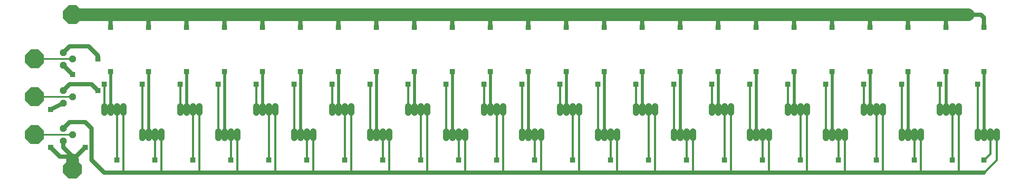
<source format=gbl>
G75*
G70*
%OFA0B0*%
%FSLAX24Y24*%
%IPPOS*%
%LPD*%
%AMOC8*
5,1,8,0,0,1.08239X$1,22.5*
%
%ADD10C,0.0500*%
%ADD11OC8,0.0520*%
%ADD12OC8,0.1500*%
%ADD13R,0.0396X0.0396*%
%ADD14C,0.0240*%
%ADD15C,0.0160*%
%ADD16C,0.0320*%
%ADD17C,0.1000*%
%ADD18C,0.0120*%
D10*
X013010Y003876D02*
X013010Y004376D01*
X013510Y004376D02*
X013510Y003876D01*
X014010Y003876D02*
X014010Y004376D01*
X014510Y004376D02*
X014510Y003876D01*
X019010Y003876D02*
X019010Y004376D01*
X019510Y004376D02*
X019510Y003876D01*
X020010Y003876D02*
X020010Y004376D01*
X020510Y004376D02*
X020510Y003876D01*
X025010Y003876D02*
X025010Y004376D01*
X025510Y004376D02*
X025510Y003876D01*
X026010Y003876D02*
X026010Y004376D01*
X026510Y004376D02*
X026510Y003876D01*
X031010Y003876D02*
X031010Y004376D01*
X031510Y004376D02*
X031510Y003876D01*
X032010Y003876D02*
X032010Y004376D01*
X032510Y004376D02*
X032510Y003876D01*
X037010Y003876D02*
X037010Y004376D01*
X037510Y004376D02*
X037510Y003876D01*
X038010Y003876D02*
X038010Y004376D01*
X038510Y004376D02*
X038510Y003876D01*
X043010Y003876D02*
X043010Y004376D01*
X043510Y004376D02*
X043510Y003876D01*
X044010Y003876D02*
X044010Y004376D01*
X044510Y004376D02*
X044510Y003876D01*
X049010Y003876D02*
X049010Y004376D01*
X049510Y004376D02*
X049510Y003876D01*
X050010Y003876D02*
X050010Y004376D01*
X050510Y004376D02*
X050510Y003876D01*
X055010Y003876D02*
X055010Y004376D01*
X055510Y004376D02*
X055510Y003876D01*
X056010Y003876D02*
X056010Y004376D01*
X056510Y004376D02*
X056510Y003876D01*
X061010Y003876D02*
X061010Y004376D01*
X061510Y004376D02*
X061510Y003876D01*
X062010Y003876D02*
X062010Y004376D01*
X062510Y004376D02*
X062510Y003876D01*
X067010Y003876D02*
X067010Y004376D01*
X067510Y004376D02*
X067510Y003876D01*
X068010Y003876D02*
X068010Y004376D01*
X068510Y004376D02*
X068510Y003876D01*
X073010Y003876D02*
X073010Y004376D01*
X073510Y004376D02*
X073510Y003876D01*
X074010Y003876D02*
X074010Y004376D01*
X074510Y004376D02*
X074510Y003876D01*
X079010Y003876D02*
X079010Y004376D01*
X079510Y004376D02*
X079510Y003876D01*
X080010Y003876D02*
X080010Y004376D01*
X080510Y004376D02*
X080510Y003876D01*
X077510Y005876D02*
X077510Y006376D01*
X077010Y006376D02*
X077010Y005876D01*
X076510Y005876D02*
X076510Y006376D01*
X076010Y006376D02*
X076010Y005876D01*
X071510Y005876D02*
X071510Y006376D01*
X071010Y006376D02*
X071010Y005876D01*
X070510Y005876D02*
X070510Y006376D01*
X070010Y006376D02*
X070010Y005876D01*
X065510Y005876D02*
X065510Y006376D01*
X065010Y006376D02*
X065010Y005876D01*
X064510Y005876D02*
X064510Y006376D01*
X064010Y006376D02*
X064010Y005876D01*
X059510Y005876D02*
X059510Y006376D01*
X059010Y006376D02*
X059010Y005876D01*
X058510Y005876D02*
X058510Y006376D01*
X058010Y006376D02*
X058010Y005876D01*
X053510Y005876D02*
X053510Y006376D01*
X053010Y006376D02*
X053010Y005876D01*
X052510Y005876D02*
X052510Y006376D01*
X052010Y006376D02*
X052010Y005876D01*
X047510Y005876D02*
X047510Y006376D01*
X047010Y006376D02*
X047010Y005876D01*
X046510Y005876D02*
X046510Y006376D01*
X046010Y006376D02*
X046010Y005876D01*
X041510Y005876D02*
X041510Y006376D01*
X041010Y006376D02*
X041010Y005876D01*
X040510Y005876D02*
X040510Y006376D01*
X040010Y006376D02*
X040010Y005876D01*
X035510Y005876D02*
X035510Y006376D01*
X035010Y006376D02*
X035010Y005876D01*
X034510Y005876D02*
X034510Y006376D01*
X034010Y006376D02*
X034010Y005876D01*
X029510Y005876D02*
X029510Y006376D01*
X029010Y006376D02*
X029010Y005876D01*
X028510Y005876D02*
X028510Y006376D01*
X028010Y006376D02*
X028010Y005876D01*
X023510Y005876D02*
X023510Y006376D01*
X023010Y006376D02*
X023010Y005876D01*
X022510Y005876D02*
X022510Y006376D01*
X022010Y006376D02*
X022010Y005876D01*
X017510Y005876D02*
X017510Y006376D01*
X017010Y006376D02*
X017010Y005876D01*
X016510Y005876D02*
X016510Y006376D01*
X016010Y006376D02*
X016010Y005876D01*
X011510Y005876D02*
X011510Y006376D01*
X011010Y006376D02*
X011010Y005876D01*
X010510Y005876D02*
X010510Y006376D01*
X010010Y006376D02*
X010010Y005876D01*
D11*
X006760Y006626D03*
X007510Y007126D03*
X006760Y007626D03*
X006760Y009626D03*
X007510Y010126D03*
X006760Y010626D03*
X006760Y004626D03*
X007510Y004126D03*
X006760Y003626D03*
D12*
X007510Y001376D03*
X004510Y004126D03*
X004510Y007126D03*
X004510Y010126D03*
X007510Y013626D03*
D13*
X010510Y012626D03*
X013510Y012626D03*
X016510Y012626D03*
X019510Y012626D03*
X022510Y012626D03*
X025510Y012626D03*
X028510Y012626D03*
X031510Y012626D03*
X034510Y012626D03*
X037510Y012626D03*
X040510Y012626D03*
X043510Y012626D03*
X046510Y012626D03*
X049510Y012626D03*
X052510Y012626D03*
X055510Y012626D03*
X058510Y012626D03*
X061510Y012626D03*
X064510Y012626D03*
X067510Y012626D03*
X070510Y012626D03*
X073510Y012626D03*
X076510Y012626D03*
X079510Y012626D03*
X079510Y009126D03*
X076510Y009126D03*
X073510Y009126D03*
X070510Y009126D03*
X067510Y009126D03*
X064510Y009126D03*
X061510Y009126D03*
X058510Y009126D03*
X055510Y009126D03*
X052510Y009126D03*
X049510Y009126D03*
X046510Y009126D03*
X043510Y009126D03*
X040510Y009126D03*
X037510Y009126D03*
X034510Y009126D03*
X031510Y009126D03*
X028510Y009126D03*
X025510Y009126D03*
X022510Y009126D03*
X019510Y009126D03*
X016510Y009126D03*
X013510Y009126D03*
X010510Y009126D03*
X007510Y008876D03*
X010010Y008126D03*
X009510Y007626D03*
X013010Y008126D03*
X016010Y008126D03*
X019010Y008126D03*
X022010Y008126D03*
X025010Y008126D03*
X028010Y008126D03*
X031010Y008126D03*
X034010Y008126D03*
X037010Y008126D03*
X040010Y008126D03*
X043010Y008126D03*
X046010Y008126D03*
X049010Y008126D03*
X052010Y008126D03*
X055010Y008126D03*
X058010Y008126D03*
X061010Y008126D03*
X064010Y008126D03*
X067010Y008126D03*
X070010Y008126D03*
X073010Y008126D03*
X076010Y008126D03*
X079010Y008126D03*
X079510Y002126D03*
X077010Y002126D03*
X074010Y002126D03*
X071010Y002126D03*
X068010Y002126D03*
X065010Y002126D03*
X062010Y002126D03*
X059010Y002126D03*
X056010Y002126D03*
X053010Y002126D03*
X050010Y002126D03*
X047010Y002126D03*
X044010Y002126D03*
X041010Y002126D03*
X038010Y002126D03*
X035010Y002126D03*
X032010Y002126D03*
X029010Y002126D03*
X026010Y002126D03*
X023010Y002126D03*
X020010Y002126D03*
X017010Y002126D03*
X014010Y002126D03*
X011010Y002126D03*
X008510Y003126D03*
X005760Y003126D03*
X005760Y006126D03*
X009510Y010126D03*
D14*
X010510Y009126D02*
X010510Y006126D01*
X016510Y006126D02*
X016510Y009126D01*
X013510Y009126D02*
X013510Y004126D01*
X019510Y004126D02*
X019510Y009126D01*
X022510Y009126D02*
X022510Y006126D01*
X028510Y006126D02*
X028510Y009126D01*
X031510Y009126D02*
X031510Y004126D01*
X037510Y004126D02*
X037510Y009126D01*
X034510Y009126D02*
X034510Y006126D01*
X040510Y006126D02*
X040510Y009126D01*
X043510Y009126D02*
X043510Y004126D01*
X049510Y004126D02*
X049510Y009126D01*
X052510Y009126D02*
X052510Y006126D01*
X058510Y006126D02*
X058510Y009126D01*
X055510Y009126D02*
X055510Y004126D01*
X061510Y004126D02*
X061510Y009126D01*
X064510Y009126D02*
X064510Y006126D01*
X070510Y006126D02*
X070510Y009126D01*
X073510Y009126D02*
X073510Y004126D01*
X067510Y004126D02*
X067510Y009126D01*
X076510Y009126D02*
X076510Y006126D01*
X079510Y004126D02*
X079510Y009126D01*
X046510Y009126D02*
X046510Y006126D01*
X025510Y004126D02*
X025510Y009126D01*
D15*
X025010Y008126D02*
X025010Y004126D01*
X026010Y004126D02*
X026010Y002126D01*
X029010Y002126D02*
X029010Y006126D01*
X029510Y006126D02*
X029510Y001126D01*
X032510Y001126D02*
X032510Y004126D01*
X032010Y004126D02*
X032010Y002126D01*
X035010Y002126D02*
X035010Y006126D01*
X035510Y006126D02*
X035510Y001126D01*
X038510Y001126D02*
X038510Y004126D01*
X038010Y004126D02*
X038010Y002126D01*
X041010Y002126D02*
X041010Y006126D01*
X041510Y006126D02*
X041510Y001126D01*
X044510Y001126D02*
X044510Y004126D01*
X044010Y004126D02*
X044010Y002126D01*
X047010Y002126D02*
X047010Y006126D01*
X047510Y006126D02*
X047510Y001126D01*
X050510Y001126D02*
X050510Y004126D01*
X050010Y004126D02*
X050010Y002126D01*
X053010Y002126D02*
X053010Y006126D01*
X053510Y006126D02*
X053510Y001126D01*
X056510Y001126D02*
X056510Y004126D01*
X056010Y004126D02*
X056010Y002126D01*
X059010Y002126D02*
X059010Y006126D01*
X059510Y006126D02*
X059510Y001126D01*
X062510Y001126D02*
X062510Y004126D01*
X062010Y004126D02*
X062010Y002126D01*
X065010Y002126D02*
X065010Y006126D01*
X065510Y006126D02*
X065510Y001126D01*
X068510Y001126D02*
X068510Y004126D01*
X068010Y004126D02*
X068010Y002126D01*
X071010Y002126D02*
X071010Y006126D01*
X071510Y006126D02*
X071510Y001126D01*
X074510Y001126D02*
X074510Y004126D01*
X074010Y004126D02*
X074010Y002126D01*
X077010Y002126D02*
X077010Y006126D01*
X077510Y006126D02*
X077510Y001126D01*
X079510Y001126D02*
X080510Y002126D01*
X080510Y004126D01*
X080010Y004126D02*
X080010Y002626D01*
X079510Y002126D01*
X079010Y004126D02*
X079010Y008126D01*
X076010Y008126D02*
X076010Y006126D01*
X070010Y006126D02*
X070010Y008126D01*
X067010Y008126D02*
X067010Y004126D01*
X073010Y004126D02*
X073010Y008126D01*
X064010Y008126D02*
X064010Y006126D01*
X058010Y006126D02*
X058010Y008126D01*
X061010Y008126D02*
X061010Y004126D01*
X055010Y004126D02*
X055010Y008126D01*
X052010Y008126D02*
X052010Y006126D01*
X046010Y006126D02*
X046010Y008126D01*
X049010Y008126D02*
X049010Y004126D01*
X043010Y004126D02*
X043010Y008126D01*
X040010Y008126D02*
X040010Y006126D01*
X034010Y006126D02*
X034010Y008126D01*
X031010Y008126D02*
X031010Y004126D01*
X026510Y004126D02*
X026510Y001126D01*
X023510Y001126D02*
X023510Y006126D01*
X023010Y006126D02*
X023010Y002126D01*
X020010Y002126D02*
X020010Y004126D01*
X020510Y004126D02*
X020510Y001126D01*
X017510Y001126D02*
X017510Y006126D01*
X017010Y006126D02*
X017010Y002126D01*
X014010Y002126D02*
X014010Y004126D01*
X014510Y004126D02*
X014510Y001126D01*
X011510Y001126D02*
X011510Y006126D01*
X011010Y006126D02*
X011010Y002126D01*
X013010Y004126D02*
X013010Y008126D01*
X016010Y008126D02*
X016010Y006126D01*
X022010Y006126D02*
X022010Y008126D01*
X019010Y008126D02*
X019010Y004126D01*
X028010Y006126D02*
X028010Y008126D01*
X037010Y008126D02*
X037010Y004126D01*
X010010Y006126D02*
X010010Y008126D01*
D16*
X009510Y007626D02*
X009010Y008126D01*
X007260Y008126D01*
X006760Y007626D01*
X006760Y006626D02*
X005760Y006126D01*
X007260Y005126D02*
X006760Y004626D01*
X007260Y005126D02*
X008510Y005126D01*
X009010Y004626D01*
X009010Y002126D01*
X010010Y001126D01*
X011510Y001126D01*
X014510Y001126D01*
X017510Y001126D01*
X020510Y001126D01*
X023510Y001126D01*
X026510Y001126D01*
X029510Y001126D01*
X032510Y001126D01*
X035510Y001126D01*
X038510Y001126D01*
X041510Y001126D01*
X044510Y001126D01*
X047510Y001126D01*
X050510Y001126D01*
X053510Y001126D01*
X056510Y001126D01*
X059510Y001126D01*
X062510Y001126D01*
X065510Y001126D01*
X068510Y001126D01*
X071510Y001126D01*
X074510Y001126D01*
X077510Y001126D01*
X079510Y001126D01*
X079510Y012626D02*
X079510Y013376D01*
X079260Y013626D01*
X077760Y013626D01*
X076510Y013626D02*
X076510Y012626D01*
X073510Y012626D02*
X073510Y013626D01*
X070510Y013626D02*
X070510Y012626D01*
X067510Y012626D02*
X067510Y013626D01*
X064510Y013626D02*
X064510Y012626D01*
X061510Y012626D02*
X061510Y013626D01*
X058510Y013626D02*
X058510Y012626D01*
X055510Y012626D02*
X055510Y013626D01*
X052510Y013626D02*
X052510Y012626D01*
X049510Y012626D02*
X049510Y013626D01*
X046510Y013626D02*
X046510Y012626D01*
X043510Y012626D02*
X043510Y013626D01*
X040510Y013626D02*
X040510Y012626D01*
X037510Y012626D02*
X037510Y013626D01*
X034510Y013626D02*
X034510Y012626D01*
X031510Y012626D02*
X031510Y013626D01*
X028510Y013626D02*
X028510Y012626D01*
X025510Y012626D02*
X025510Y013626D01*
X022510Y013626D02*
X022510Y012626D01*
X019510Y012626D02*
X019510Y013626D01*
X016510Y013626D02*
X016510Y012626D01*
X013510Y012626D02*
X013510Y013626D01*
X010510Y013626D02*
X010510Y012626D01*
X008760Y011126D02*
X007260Y011126D01*
X006760Y010626D01*
X008760Y011126D02*
X009510Y010376D01*
X009510Y010126D01*
X007510Y008876D02*
X006760Y009626D01*
X006760Y003626D02*
X006760Y003126D01*
X007510Y002376D01*
X007760Y002376D02*
X008510Y003126D01*
X006510Y002376D02*
X005760Y003126D01*
X006510Y002376D02*
X007260Y002376D01*
D17*
X007510Y002126D02*
X007510Y001376D01*
X007510Y013626D02*
X010510Y013626D01*
X013510Y013626D01*
X016510Y013626D01*
X019510Y013626D01*
X022510Y013626D01*
X025510Y013626D01*
X028510Y013626D01*
X031510Y013626D01*
X034510Y013626D01*
X037510Y013626D01*
X040510Y013626D01*
X043510Y013626D01*
X046510Y013626D01*
X049510Y013626D01*
X052510Y013626D01*
X055510Y013626D01*
X058510Y013626D01*
X061510Y013626D01*
X064510Y013626D01*
X067510Y013626D01*
X070510Y013626D01*
X073510Y013626D01*
X076510Y013626D01*
X077760Y013626D01*
X078260Y013626D01*
D18*
X007510Y010126D02*
X004510Y010126D01*
X004510Y007126D02*
X007510Y007126D01*
X007510Y004126D02*
X004510Y004126D01*
M02*

</source>
